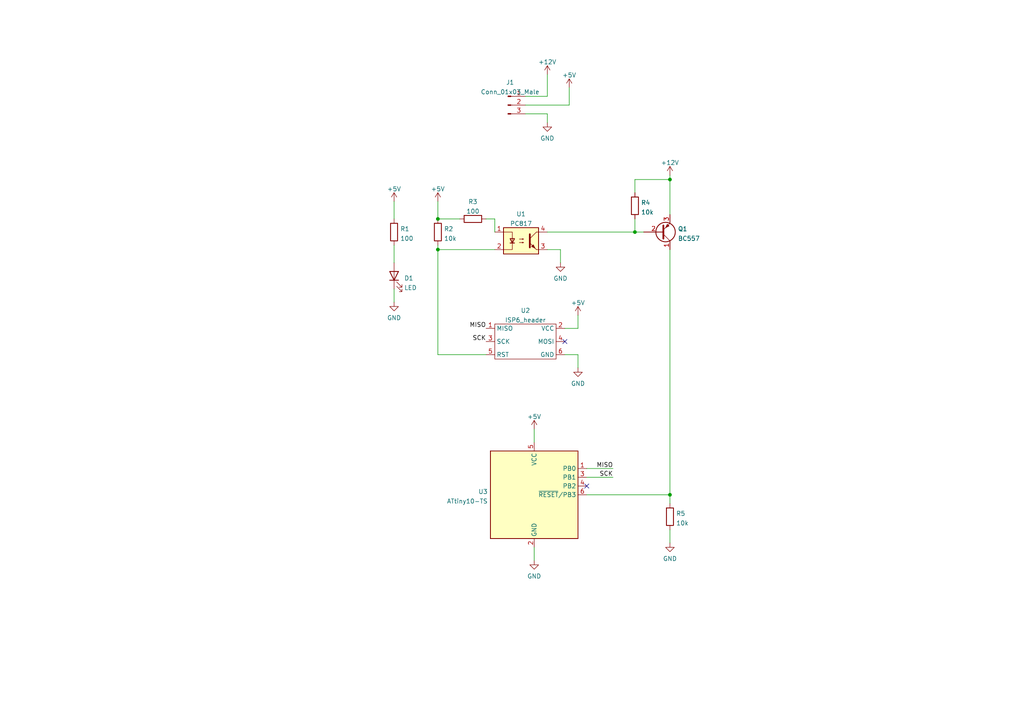
<source format=kicad_sch>
(kicad_sch (version 20211123) (generator eeschema)
  (paper "A4")
  (lib_symbols
    (symbol "AVR_HV_programmer:ISP6_header"
      (property "Reference" "U" (at 0 0 0))
      (property "Value" "ISP6_header" (at 0 8.89 0))
      (symbol "ISP6_header_0_1"
        (rectangle (start -8.89 5.08) (end 8.89 -5.08) (stroke (width 0.1524)))
      )
      (symbol "ISP6_header_1_1"
        (pin input line (at -11.43 3.81 0) (length 2.54) (name "MISO") (number "1"))
        (pin power_out line (at 11.43 3.81 180) (length 2.54) (name "VCC") (number "2"))
        (pin output line (at -11.43 0 0) (length 2.54) (name "SCK") (number "3"))
        (pin output line (at 11.43 0 180) (length 2.54) (name "MOSI") (number "4"))
        (pin output line (at -11.43 -3.81 0) (length 2.54) (name "RST") (number "5"))
        (pin power_out line (at 11.43 -3.81 180) (length 2.54) (name "GND") (number "6"))
      )
    )
    (symbol "Connector:Conn_01x03_Male" (pin_names (offset 1.016) hide)
      (property "Reference" "J" (at 0 5.08 0))
      (property "Value" "Conn_01x03_Male" (at 0 -5.08 0))
      (symbol "Conn_01x03_Male_1_1"
        (polyline (pts (xy 1.27 -2.54) (xy 0.8636 -2.54)) (stroke (width 0.1524)))
        (polyline (pts (xy 1.27 0) (xy 0.8636 0)) (stroke (width 0.1524)))
        (polyline (pts (xy 1.27 2.54) (xy 0.8636 2.54)) (stroke (width 0.1524)))
        (rectangle (start 0.8636 -2.413) (end 0 -2.667) (stroke (width 0.1524)) (fill (type outline)))
        (rectangle (start 0.8636 0.127) (end 0 -0.127) (stroke (width 0.1524)) (fill (type outline)))
        (rectangle (start 0.8636 2.667) (end 0 2.413) (stroke (width 0.1524)) (fill (type outline)))
        (pin passive line (at 5.08 2.54 180) (length 3.81) (name "Pin_1") (number "1"))
        (pin passive line (at 5.08 0 180) (length 3.81) (name "Pin_2") (number "2"))
        (pin passive line (at 5.08 -2.54 180) (length 3.81) (name "Pin_3") (number "3"))
      )
    )
    (symbol "Device:LED" (pin_numbers hide) (pin_names (offset 1.016) hide)
      (property "Reference" "D" (at 0 2.54 0))
      (property "Value" "LED" (at 0 -2.54 0))
      (symbol "LED_0_1"
        (polyline (pts (xy -1.27 -1.27) (xy -1.27 1.27)) (stroke (width 0.254)))
        (polyline (pts (xy -1.27 0) (xy 1.27 0)))
        (polyline (pts (xy 1.27 -1.27) (xy 1.27 1.27) (xy -1.27 0) (xy 1.27 -1.27)) (stroke (width 0.254)))
        (polyline (pts (xy -3.048 -0.762) (xy -4.572 -2.286) (xy -3.81 -2.286) (xy -4.572 -2.286) (xy -4.572 -1.524)))
        (polyline (pts (xy -1.778 -0.762) (xy -3.302 -2.286) (xy -2.54 -2.286) (xy -3.302 -2.286) (xy -3.302 -1.524)))
      )
      (symbol "LED_1_1"
        (pin passive line (at -3.81 0 0) (length 2.54) (name "K") (number "1"))
        (pin passive line (at 3.81 0 180) (length 2.54) (name "A") (number "2"))
      )
    )
    (symbol "Device:R" (pin_numbers hide) (pin_names (offset 0))
      (property "Reference" "R" (at 2.032 0 90))
      (property "Value" "R" (at 0 0 90))
      (symbol "R_0_1"
        (rectangle (start -1.016 -2.54) (end 1.016 2.54) (stroke (width 0.254)))
      )
      (symbol "R_1_1"
        (pin passive line (at 0 3.81 270) (length 1.27) (name "~") (number "1"))
        (pin passive line (at 0 -3.81 90) (length 1.27) (name "~") (number "2"))
      )
    )
    (symbol "Isolator:PC817" (pin_names (offset 1.016))
      (property "Reference" "U" (at -5.08 5.08 0))
      (property "Value" "PC817" (at 0 5.08 0))
      (symbol "PC817_0_1"
        (rectangle (start -5.08 3.81) (end 5.08 -3.81) (stroke (width 0.254)) (fill (type background)))
        (polyline (pts (xy -3.175 -0.635) (xy -1.905 -0.635)) (stroke (width 0.254)))
        (polyline (pts (xy 2.54 0.635) (xy 4.445 2.54)))
        (polyline (pts (xy 4.445 -2.54) (xy 2.54 -0.635)) (fill (type outline)))
        (polyline (pts (xy 4.445 -2.54) (xy 5.08 -2.54)))
        (polyline (pts (xy 4.445 2.54) (xy 5.08 2.54)))
        (polyline (pts (xy -5.08 2.54) (xy -2.54 2.54) (xy -2.54 -0.635)))
        (polyline (pts (xy -2.54 -0.635) (xy -2.54 -2.54) (xy -5.08 -2.54)))
        (polyline (pts (xy 2.54 1.905) (xy 2.54 -1.905) (xy 2.54 -1.905)) (stroke (width 0.508)))
        (polyline (pts (xy -2.54 -0.635) (xy -3.175 0.635) (xy -1.905 0.635) (xy -2.54 -0.635)) (stroke (width 0.254)))
        (polyline (pts (xy -0.508 -0.508) (xy 0.762 -0.508) (xy 0.381 -0.635) (xy 0.381 -0.381) (xy 0.762 -0.508)))
        (polyline (pts (xy -0.508 0.508) (xy 0.762 0.508) (xy 0.381 0.381) (xy 0.381 0.635) (xy 0.762 0.508)))
        (polyline (pts (xy 3.048 -1.651) (xy 3.556 -1.143) (xy 4.064 -2.159) (xy 3.048 -1.651) (xy 3.048 -1.651)) (fill (type outline)))
      )
      (symbol "PC817_1_1"
        (pin passive line (at -7.62 2.54 0) (length 2.54) (name "~") (number "1"))
        (pin passive line (at -7.62 -2.54 0) (length 2.54) (name "~") (number "2"))
        (pin passive line (at 7.62 -2.54 180) (length 2.54) (name "~") (number "3"))
        (pin passive line (at 7.62 2.54 180) (length 2.54) (name "~") (number "4"))
      )
    )
    (symbol "MCU_Microchip_ATtiny:ATtiny10-TS"
      (property "Reference" "U" (at -12.7 13.97 0))
      (property "Value" "ATtiny10-TS" (at 2.54 -13.97 0))
      (symbol "ATtiny10-TS_0_1"
        (rectangle (start -12.7 -12.7) (end 12.7 12.7) (stroke (width 0.254)) (fill (type background)))
      )
      (symbol "ATtiny10-TS_1_1"
        (pin bidirectional line (at 15.24 7.62 180) (length 2.54) (name "PB0") (number "1"))
        (pin power_in line (at 0 -15.24 90) (length 2.54) (name "GND") (number "2"))
        (pin bidirectional line (at 15.24 5.08 180) (length 2.54) (name "PB1") (number "3"))
        (pin bidirectional line (at 15.24 2.54 180) (length 2.54) (name "PB2") (number "4"))
        (pin power_in line (at 0 15.24 270) (length 2.54) (name "VCC") (number "5"))
        (pin bidirectional line (at 15.24 0 180) (length 2.54) (name "~{RESET}/PB3") (number "6"))
      )
    )
    (symbol "Transistor_BJT:BC557" (pin_names (offset 0) hide)
      (property "Reference" "Q" (at 5.08 1.905 0))
      (property "Value" "BC557" (at 5.08 0 0))
      (symbol "BC557_0_1"
        (polyline (pts (xy 0.635 0.635) (xy 2.54 2.54)))
        (polyline (pts (xy 0.635 -0.635) (xy 2.54 -2.54) (xy 2.54 -2.54)))
        (polyline (pts (xy 0.635 1.905) (xy 0.635 -1.905) (xy 0.635 -1.905)) (stroke (width 0.508)))
        (polyline (pts (xy 2.286 -1.778) (xy 1.778 -2.286) (xy 1.27 -1.27) (xy 2.286 -1.778) (xy 2.286 -1.778)) (fill (type outline)))
        (circle (center 1.27 0) (radius 2.8194) (stroke (width 0.254)))
      )
      (symbol "BC557_1_1"
        (pin passive line (at 2.54 5.08 270) (length 2.54) (name "C") (number "1"))
        (pin input line (at -5.08 0 0) (length 5.715) (name "B") (number "2"))
        (pin passive line (at 2.54 -5.08 90) (length 2.54) (name "E") (number "3"))
      )
    )
    (symbol "power:+12V" (power) (pin_names (offset 0))
      (property "Value" "+12V" (at 0 3.556 0))
      (symbol "+12V_0_1"
        (polyline (pts (xy -0.762 1.27) (xy 0 2.54)))
        (polyline (pts (xy 0 0) (xy 0 2.54)))
        (polyline (pts (xy 0 2.54) (xy 0.762 1.27)))
      )
      (symbol "+12V_1_1"
        (pin power_in line (at 0 0 90) (length 0) hide (name "+12V") (number "1"))
      )
    )
    (symbol "power:+5V" (power) (pin_names (offset 0))
      (property "Value" "+5V" (at 0 3.556 0))
      (symbol "+5V_0_1"
        (polyline (pts (xy -0.762 1.27) (xy 0 2.54)))
        (polyline (pts (xy 0 0) (xy 0 2.54)))
        (polyline (pts (xy 0 2.54) (xy 0.762 1.27)))
      )
      (symbol "+5V_1_1"
        (pin power_in line (at 0 0 90) (length 0) hide (name "+5V") (number "1"))
      )
    )
    (symbol "power:GND" (power) (pin_names (offset 0))
      (property "Value" "GND" (at 0 -3.81 0))
      (symbol "GND_0_1"
        (polyline (pts (xy 0 0) (xy 0 -1.27) (xy 1.27 -1.27) (xy 0 -2.54) (xy -1.27 -1.27) (xy 0 -1.27)))
      )
      (symbol "GND_1_1"
        (pin power_in line (at 0 0 270) (length 0) hide (name "GND") (number "1"))
      )
    )
  )
  (junction (at 194.31 52.07))
  (junction (at 127 63.5))
  (junction (at 194.31 143.51))
  (junction (at 184.15 67.31))
  (junction (at 127 72.39))
  (no_connect (at 170.18 140.97))
  (no_connect (at 163.83 99.06))
  (wire (pts (xy 167.64 95.25) (xy 163.83 95.25)))
  (wire (pts (xy 140.97 63.5) (xy 143.51 63.5)))
  (wire (pts (xy 184.15 67.31) (xy 186.69 67.31)))
  (wire (pts (xy 127 71.12) (xy 127 72.39)))
  (wire (pts (xy 127 72.39) (xy 127 102.87)))
  (wire (pts (xy 170.18 143.51) (xy 194.31 143.51)))
  (wire (pts (xy 127 102.87) (xy 140.97 102.87)))
  (wire (pts (xy 184.15 55.88) (xy 184.15 52.07)))
  (wire (pts (xy 170.18 135.89) (xy 177.8 135.89)))
  (wire (pts (xy 127 58.42) (xy 127 63.5)))
  (wire (pts (xy 167.64 102.87) (xy 167.64 106.68)))
  (wire (pts (xy 165.1 30.48) (xy 165.1 25.4)))
  (wire (pts (xy 163.83 102.87) (xy 167.64 102.87)))
  (wire (pts (xy 194.31 52.07) (xy 194.31 62.23)))
  (wire (pts (xy 158.75 21.59) (xy 158.75 27.94)))
  (wire (pts (xy 184.15 52.07) (xy 194.31 52.07)))
  (wire (pts (xy 114.3 83.82) (xy 114.3 87.63)))
  (wire (pts (xy 158.75 72.39) (xy 162.56 72.39)))
  (wire (pts (xy 127 72.39) (xy 143.51 72.39)))
  (wire (pts (xy 152.4 30.48) (xy 165.1 30.48)))
  (wire (pts (xy 143.51 63.5) (xy 143.51 67.31)))
  (wire (pts (xy 127 63.5) (xy 133.35 63.5)))
  (wire (pts (xy 184.15 63.5) (xy 184.15 67.31)))
  (wire (pts (xy 194.31 143.51) (xy 194.31 146.05)))
  (wire (pts (xy 194.31 72.39) (xy 194.31 143.51)))
  (wire (pts (xy 162.56 72.39) (xy 162.56 76.2)))
  (wire (pts (xy 154.94 158.75) (xy 154.94 162.56)))
  (wire (pts (xy 167.64 91.44) (xy 167.64 95.25)))
  (wire (pts (xy 194.31 50.8) (xy 194.31 52.07)))
  (wire (pts (xy 114.3 71.12) (xy 114.3 76.2)))
  (wire (pts (xy 152.4 33.02) (xy 158.75 33.02)))
  (wire (pts (xy 158.75 67.31) (xy 184.15 67.31)))
  (wire (pts (xy 158.75 33.02) (xy 158.75 35.56)))
  (wire (pts (xy 158.75 27.94) (xy 152.4 27.94)))
  (wire (pts (xy 194.31 153.67) (xy 194.31 157.48)))
  (wire (pts (xy 114.3 58.42) (xy 114.3 63.5)))
  (wire (pts (xy 154.94 124.46) (xy 154.94 128.27)))
  (wire (pts (xy 170.18 138.43) (xy 177.8 138.43)))
  (label "MISO" (at 140.97 95.25 180))
  (label "SCK" (at 140.97 99.06 180))
  (label "SCK" (at 177.8 138.43 180))
  (label "MISO" (at 177.8 135.89 180))
  (symbol (lib_id "AVR_HV_programmer:ISP6_header") (at 152.4 99.06 0) (unit 1)
    (property "Reference" "U2" (at 152.4 90.0643 0))
    (property "Value" "ISP6_header" (at 152.4 92.8394 0))
    (property "Footprint" "Connector_PinHeader_2.54mm:PinHeader_2x03_P2.54mm_Vertical" (effects hide))
  )
  (symbol (lib_id "power:+5V") (at 167.64 91.44 0) (unit 1)
    (property "Reference" "#PWR0105" (effects hide))
    (property "Value" "+5V" (at 167.64 87.8355 0))
  )
  (symbol (lib_id "power:GND") (at 162.56 76.2 0) (unit 1)
    (property "Reference" "#PWR0106" (effects hide))
    (property "Value" "GND" (at 162.56 80.7625 0))
  )
  (symbol (lib_id "Device:LED") (at 114.3 80.01 90) (unit 1)
    (property "Reference" "D1" (at 117.221 80.689 90) (effects (justify right)))
    (property "Value" "LED" (at 117.221 83.4641 90) (effects (justify right)))
    (property "Footprint" "LED_SMD:LED_1206_3216Metric" (effects hide))
  )
  (symbol (lib_id "Isolator:PC817") (at 151.13 69.85 0) (unit 1)
    (property "Reference" "U1" (at 151.13 62.0735 0))
    (property "Value" "PC817" (at 151.13 64.8486 0))
    (property "Footprint" "Package_DIP:DIP-4_W7.62mm" (effects hide))
    (property "Datasheet" "http://www.soselectronic.cz/a_info/resource/d/pc817.pdf" (effects hide))
  )
  (symbol (lib_id "power:+12V") (at 158.75 21.59 0) (unit 1)
    (property "Reference" "#PWR0104" (effects hide))
    (property "Value" "+12V" (at 158.75 17.9855 0))
  )
  (symbol (lib_id "Device:R") (at 137.16 63.5 90) (unit 1)
    (property "Reference" "R3" (at 137.16 58.5175 90))
    (property "Value" "100" (at 137.16 61.2926 90))
    (property "Footprint" "Resistor_SMD:R_1206_3216Metric" (effects hide))
  )
  (symbol (lib_id "power:GND") (at 154.94 162.56 0) (unit 1)
    (property "Reference" "#PWR0108" (effects hide))
    (property "Value" "GND" (at 154.94 167.1225 0))
  )
  (symbol (lib_id "Device:R") (at 127 67.31 180) (unit 1)
    (property "Reference" "R2" (at 128.778 66.4015 0) (effects (justify right)))
    (property "Value" "10k" (at 128.778 69.1766 0) (effects (justify right)))
    (property "Footprint" "Resistor_SMD:R_1206_3216Metric" (effects hide))
  )
  (symbol (lib_id "Transistor_BJT:BC557") (at 191.77 67.31 0) (mirror x) (unit 1)
    (property "Reference" "Q1" (at 196.6214 66.4015 0) (effects (justify left)))
    (property "Value" "BC557" (at 196.6214 69.1766 0) (effects (justify left)))
    (property "Footprint" "Package_TO_SOT_SMD:SOT-23" (effects hide))
    (property "Datasheet" "https://www.onsemi.com/pub/Collateral/BC556BTA-D.pdf" (effects hide))
  )
  (symbol (lib_id "Device:R") (at 194.31 149.86 180) (unit 1)
    (property "Reference" "R5" (at 196.088 148.9515 0) (effects (justify right)))
    (property "Value" "10k" (at 196.088 151.7266 0) (effects (justify right)))
    (property "Footprint" "Resistor_SMD:R_1206_3216Metric" (effects hide))
  )
  (symbol (lib_id "power:GND") (at 158.75 35.56 0) (unit 1)
    (property "Reference" "#PWR0101" (effects hide))
    (property "Value" "GND" (at 158.75 40.1225 0))
  )
  (symbol (lib_id "Device:R") (at 184.15 59.69 180) (unit 1)
    (property "Reference" "R4" (at 185.928 58.7815 0) (effects (justify right)))
    (property "Value" "10k" (at 185.928 61.5566 0) (effects (justify right)))
    (property "Footprint" "Resistor_SMD:R_1206_3216Metric" (effects hide))
  )
  (symbol (lib_id "power:GND") (at 167.64 106.68 0) (unit 1)
    (property "Reference" "#PWR0110" (effects hide))
    (property "Value" "GND" (at 167.64 111.2425 0))
  )
  (symbol (lib_id "power:+5V") (at 127 58.42 0) (unit 1)
    (property "Reference" "#PWR0111" (effects hide))
    (property "Value" "+5V" (at 127 54.8155 0))
  )
  (symbol (lib_id "power:GND") (at 114.3 87.63 0) (unit 1)
    (property "Reference" "#PWR0113" (effects hide))
    (property "Value" "GND" (at 114.3 92.1925 0))
  )
  (symbol (lib_id "power:+12V") (at 194.31 50.8 0) (unit 1)
    (property "Reference" "#PWR0102" (effects hide))
    (property "Value" "+12V" (at 194.31 47.1955 0))
  )
  (symbol (lib_id "power:+5V") (at 154.94 124.46 0) (unit 1)
    (property "Reference" "#PWR0107" (effects hide))
    (property "Value" "+5V" (at 154.94 120.8555 0))
  )
  (symbol (lib_id "MCU_Microchip_ATtiny:ATtiny10-TS") (at 154.94 143.51 0) (unit 1)
    (property "Reference" "U3" (at 141.4781 142.6015 0) (effects (justify right)))
    (property "Value" "ATtiny10-TS" (at 141.4781 145.3766 0) (effects (justify right)))
    (property "Footprint" "Package_TO_SOT_SMD:SOT-23-6" (effects hide))
    (property "Datasheet" "http://ww1.microchip.com/downloads/en/DeviceDoc/Atmel-8127-AVR-8-bit-Microcontroller-ATtiny4-ATtiny5-ATtiny9-ATtiny10_Datasheet.pdf" (effects hide))
  )
  (symbol (lib_id "power:+5V") (at 114.3 58.42 0) (unit 1)
    (property "Reference" "#PWR0112" (effects hide))
    (property "Value" "+5V" (at 114.3 54.8155 0))
  )
  (symbol (lib_id "power:GND") (at 194.31 157.48 0) (unit 1)
    (property "Reference" "#PWR0109" (effects hide))
    (property "Value" "GND" (at 194.31 162.0425 0))
  )
  (symbol (lib_id "power:+5V") (at 165.1 25.4 0) (unit 1)
    (property "Reference" "#PWR0103" (effects hide))
    (property "Value" "+5V" (at 165.1 21.7955 0))
  )
  (symbol (lib_id "Device:R") (at 114.3 67.31 180) (unit 1)
    (property "Reference" "R1" (at 116.078 66.4015 0) (effects (justify right)))
    (property "Value" "100" (at 116.078 69.1766 0) (effects (justify right)))
    (property "Footprint" "Resistor_SMD:R_1206_3216Metric" (effects hide))
  )
  (symbol (lib_id "Connector:Conn_01x03_Male") (at 147.32 30.48 0) (unit 1)
    (property "Reference" "J1" (at 147.955 23.8973 0))
    (property "Value" "Conn_01x03_Male" (at 147.955 26.6724 0))
    (property "Footprint" "Connector_PinHeader_2.54mm:PinHeader_1x03_P2.54mm_Vertical" (effects hide))
  )
)
</source>
